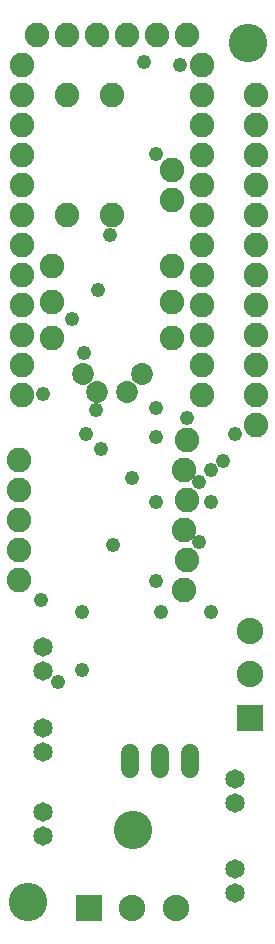
<source format=gbs>
G75*
G70*
%OFA0B0*%
%FSLAX24Y24*%
%IPPOS*%
%LPD*%
%AMOC8*
5,1,8,0,0,1.08239X$1,22.5*
%
%ADD10C,0.0820*%
%ADD11C,0.0650*%
%ADD12R,0.0880X0.0880*%
%ADD13C,0.0880*%
%ADD14C,0.1280*%
%ADD15C,0.0600*%
%ADD16C,0.0730*%
%ADD17C,0.0480*%
D10*
X001692Y012467D03*
X001692Y013467D03*
X001692Y014467D03*
X001692Y015467D03*
X001692Y016467D03*
X001802Y018657D03*
X001802Y019657D03*
X001802Y020657D03*
X001802Y021657D03*
X001802Y022657D03*
X001802Y023657D03*
X001802Y024657D03*
X001802Y025657D03*
X001802Y026657D03*
X001802Y027657D03*
X001802Y028657D03*
X001802Y029657D03*
X002302Y030657D03*
X003302Y030657D03*
X003302Y028657D03*
X004302Y030657D03*
X004802Y028657D03*
X005302Y030657D03*
X006302Y030657D03*
X007302Y030657D03*
X007802Y029657D03*
X007802Y028657D03*
X007802Y027657D03*
X007802Y026657D03*
X007802Y025657D03*
X007802Y024657D03*
X007802Y023657D03*
X007802Y022657D03*
X007802Y021657D03*
X007802Y020657D03*
X007802Y019657D03*
X007802Y018657D03*
X007302Y017157D03*
X007202Y016157D03*
X007302Y015157D03*
X007202Y014157D03*
X007302Y013157D03*
X007202Y012157D03*
X009602Y017657D03*
X009602Y018657D03*
X009602Y019657D03*
X009602Y020657D03*
X009602Y021657D03*
X009602Y022657D03*
X009602Y023657D03*
X009602Y024657D03*
X009602Y025657D03*
X009602Y026657D03*
X009602Y027657D03*
X009602Y028657D03*
X006802Y026157D03*
X006802Y025157D03*
X006802Y022957D03*
X006802Y021757D03*
X006802Y020557D03*
X004802Y024657D03*
X003302Y024657D03*
X002802Y022957D03*
X002802Y021757D03*
X002802Y020557D03*
D11*
X002502Y010251D03*
X002502Y009464D03*
X002502Y007551D03*
X002502Y006764D03*
X002502Y004751D03*
X002502Y003964D03*
X008902Y005064D03*
X008902Y005851D03*
X008902Y002851D03*
X008902Y002064D03*
D12*
X009402Y007887D03*
X004032Y001557D03*
D13*
X005480Y001557D03*
X006928Y001557D03*
X009402Y009335D03*
X009402Y010783D03*
D14*
X001992Y001737D03*
X005502Y004157D03*
X009332Y030387D03*
D15*
X007402Y006717D02*
X007402Y006197D01*
X006402Y006197D02*
X006402Y006717D01*
X005402Y006717D02*
X005402Y006197D01*
D16*
X005302Y018757D03*
X005786Y019357D03*
X004302Y018757D03*
X003818Y019357D03*
D17*
X003862Y020057D03*
X003462Y021177D03*
X004342Y022137D03*
X004742Y023977D03*
X006262Y026697D03*
X007062Y029657D03*
X005862Y029737D03*
X002502Y018697D03*
X003942Y017337D03*
X004262Y018137D03*
X004422Y016857D03*
X005462Y015897D03*
X006262Y015097D03*
X006262Y017257D03*
X006262Y018217D03*
X007302Y017897D03*
X008102Y016137D03*
X008502Y016457D03*
X008902Y017337D03*
X008102Y015097D03*
X007702Y015737D03*
X007702Y013737D03*
X008102Y011417D03*
X006422Y011417D03*
X006262Y012457D03*
X004822Y013657D03*
X003782Y011417D03*
X003782Y009497D03*
X002982Y009097D03*
X002422Y011817D03*
M02*

</source>
